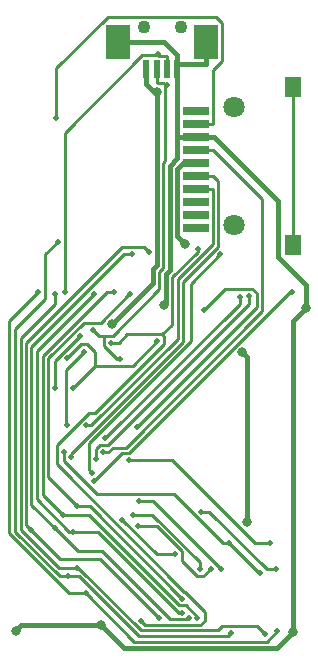
<source format=gbr>
%TF.GenerationSoftware,KiCad,Pcbnew,(6.0.2)*%
%TF.CreationDate,2022-11-02T20:30:41-05:00*%
%TF.ProjectId,REF1845B,52454631-3834-4354-922e-6b696361645f,rev?*%
%TF.SameCoordinates,Original*%
%TF.FileFunction,Copper,L2,Bot*%
%TF.FilePolarity,Positive*%
%FSLAX46Y46*%
G04 Gerber Fmt 4.6, Leading zero omitted, Abs format (unit mm)*
G04 Created by KiCad (PCBNEW (6.0.2)) date 2022-11-02 20:30:41*
%MOMM*%
%LPD*%
G01*
G04 APERTURE LIST*
%TA.AperFunction,SMDPad,CuDef*%
%ADD10R,2.250000X0.800000*%
%TD*%
%TA.AperFunction,SMDPad,CuDef*%
%ADD11R,1.400000X1.800000*%
%TD*%
%TA.AperFunction,ComponentPad*%
%ADD12C,1.800000*%
%TD*%
%TA.AperFunction,SMDPad,CuDef*%
%ADD13R,2.000000X3.000000*%
%TD*%
%TA.AperFunction,SMDPad,CuDef*%
%ADD14R,0.550000X1.630000*%
%TD*%
%TA.AperFunction,ComponentPad*%
%ADD15C,1.100000*%
%TD*%
%TA.AperFunction,ViaPad*%
%ADD16C,0.500000*%
%TD*%
%TA.AperFunction,ViaPad*%
%ADD17C,0.800000*%
%TD*%
%TA.AperFunction,Conductor*%
%ADD18C,0.250000*%
%TD*%
%TA.AperFunction,Conductor*%
%ADD19C,0.450000*%
%TD*%
G04 APERTURE END LIST*
D10*
%TO.P,J3,1,DAT2*%
%TO.N,unconnected-(J3-Pad1)*%
X153774000Y-78721000D03*
%TO.P,J3,2,DAT3/CD*%
%TO.N,/Pin.53*%
X153774000Y-79821000D03*
%TO.P,J3,3,CMD*%
%TO.N,/GND*%
X153774000Y-80921000D03*
%TO.P,J3,4,VDD*%
%TO.N,/Pin.56*%
X153774000Y-82021000D03*
%TO.P,J3,5,CLK*%
%TO.N,/VCC*%
X153774000Y-83121000D03*
%TO.P,J3,6,VSS*%
%TO.N,/Pin.54*%
X153774000Y-84221000D03*
%TO.P,J3,7,DAT0*%
%TO.N,/Pin.55*%
X153774000Y-85321000D03*
%TO.P,J3,8,DAT1*%
%TO.N,unconnected-(J3-Pad8)*%
X153774000Y-86421000D03*
%TO.P,J3,9,DET_B*%
%TO.N,unconnected-(J3-Pad9)*%
X153774000Y-87521000D03*
%TO.P,J3,10,DET_A*%
%TO.N,unconnected-(J3-Pad10)*%
X153774000Y-88621000D03*
D11*
%TO.P,J3,11,SHIELD*%
%TO.N,unconnected-(J3-Pad11)*%
X161987000Y-90048000D03*
X161993000Y-76743000D03*
D12*
%TO.P,J3,12*%
%TO.N,N/C*%
X156999000Y-88375000D03*
X156999000Y-78441000D03*
%TD*%
D13*
%TO.P,J2,1,Pin_1*%
%TO.N,/GND*%
X147221000Y-72875200D03*
X154645000Y-72877200D03*
D14*
X152182000Y-75215200D03*
%TO.P,J2,2,Pin_2*%
%TO.N,/USB.D+*%
X151348000Y-75220200D03*
%TO.P,J2,3,Pin_3*%
%TO.N,/USB.D-*%
X150478000Y-75220200D03*
%TO.P,J2,4,Pin_4*%
%TO.N,/USB.VCC*%
X149604000Y-75219200D03*
D15*
%TO.P,J2,5*%
%TO.N,N/C*%
X149446835Y-71650800D03*
X152509000Y-71653200D03*
%TD*%
D16*
%TO.N,/P1-1*%
X144315900Y-99108100D03*
X142905000Y-105295300D03*
%TO.N,/P1-3*%
X144010200Y-97781100D03*
X141905000Y-102178000D03*
%TO.N,/Cart.CS2*%
X155849000Y-90890100D03*
X145018500Y-109362100D03*
%TO.N,/Cart.CS1*%
X158330500Y-94390200D03*
X145332800Y-108186400D03*
%TO.N,/CLK*%
X145167700Y-110091700D03*
X161953200Y-94094000D03*
%TO.N,/Reset*%
X146122200Y-106438600D03*
X157504300Y-94516000D03*
%TO.N,/D0*%
X139833800Y-114186500D03*
X150674200Y-121662200D03*
X149798400Y-90639500D03*
%TO.N,/D1*%
X143772300Y-112213600D03*
X148234200Y-94266900D03*
X152604800Y-120021700D03*
%TO.N,/D2*%
X141881000Y-114067300D03*
X148388000Y-90878200D03*
X153234900Y-121662200D03*
%TO.N,/D3*%
X142545700Y-112966700D03*
X146879000Y-94071800D03*
X153935100Y-121662200D03*
%TO.N,/D4*%
X156749800Y-122976900D03*
X142979600Y-118120000D03*
X142106300Y-89795600D03*
%TO.N,/D5*%
X143405000Y-114362100D03*
X152622400Y-121212100D03*
X145135500Y-94263200D03*
%TO.N,/D6*%
X143713200Y-117433200D03*
X159613900Y-122989000D03*
X141892400Y-94257500D03*
%TO.N,/D7*%
X144473500Y-119540400D03*
X140431500Y-94073200D03*
X160709200Y-122772800D03*
%TO.N,/P1-0*%
X142922300Y-99684500D03*
X143405000Y-102205100D03*
X150526800Y-98227200D03*
%TO.N,/IRQ*%
X149133500Y-121894900D03*
X146582900Y-98347100D03*
X153943100Y-90462000D03*
%TO.N,/Pin.55*%
X144519900Y-105350400D03*
%TO.N,/Pin.54*%
X143205600Y-108036600D03*
%TO.N,/Pin.56*%
X145949700Y-107613700D03*
%TO.N,/Pin.53*%
X141993100Y-79322100D03*
D17*
%TO.N,/USB.VCC*%
X146720300Y-96749100D03*
X150480100Y-77127700D03*
D16*
%TO.N,/USB.D-*%
X145113900Y-97248700D03*
X151367000Y-76506700D03*
X147349100Y-99717800D03*
%TO.N,/USB.D+*%
X150589000Y-73947100D03*
X142682600Y-94080800D03*
%TO.N,/A0*%
X154459900Y-95616400D03*
X148793100Y-105491600D03*
D17*
%TO.N,/GND*%
X138546900Y-122737400D03*
X151079200Y-95166500D03*
X145769100Y-122279400D03*
X162039200Y-122842100D03*
X163114000Y-95425200D03*
D16*
%TO.N,/A18*%
X160614000Y-117537900D03*
X154275600Y-112662200D03*
%TO.N,/A19*%
X160066300Y-115311900D03*
X148178600Y-108276100D03*
D17*
%TO.N,/VCC*%
X157708700Y-99153800D03*
X158114000Y-113504800D03*
X152872000Y-89988700D03*
D16*
%TO.N,/A20*%
X156614000Y-115304000D03*
X159192300Y-117859300D03*
X142620900Y-107611700D03*
%TO.N,/A10*%
X155911200Y-117524400D03*
X148985900Y-111786900D03*
%TO.N,/A11*%
X155038800Y-117541600D03*
X148937500Y-113913300D03*
%TO.N,/A13*%
X154114000Y-117523800D03*
X148455500Y-112924900D03*
%TO.N,/A16*%
X152010700Y-116269600D03*
X147546700Y-113345500D03*
%TD*%
D18*
%TO.N,/P1-1*%
X142795700Y-100628300D02*
X144315900Y-99108100D01*
X142795700Y-105186000D02*
X142795700Y-100628300D01*
X142905000Y-105295300D02*
X142795700Y-105186000D01*
%TO.N,/P1-3*%
X141905000Y-99886300D02*
X141905000Y-102178000D01*
X144010200Y-97781100D02*
X141905000Y-99886300D01*
%TO.N,/Cart.CS2*%
X144757600Y-109101200D02*
X145018500Y-109362100D01*
X144757600Y-106874500D02*
X144757600Y-109101200D01*
X153379800Y-98252300D02*
X144757600Y-106874500D01*
X153379800Y-93359300D02*
X153379800Y-98252300D01*
X155849000Y-90890100D02*
X153379800Y-93359300D01*
%TO.N,/Cart.CS1*%
X158330500Y-95043700D02*
X158330500Y-94390200D01*
X146360500Y-107013700D02*
X158330500Y-95043700D01*
X145707000Y-107013700D02*
X146360500Y-107013700D01*
X145332800Y-107387900D02*
X145707000Y-107013700D01*
X145332800Y-108186400D02*
X145332800Y-107387900D01*
%TO.N,/CLK*%
X147558400Y-107701000D02*
X145167700Y-110091700D01*
X148136200Y-107701000D02*
X147558400Y-107701000D01*
X161743200Y-94094000D02*
X148136200Y-107701000D01*
X161953200Y-94094000D02*
X161743200Y-94094000D01*
%TO.N,/Reset*%
X157504300Y-95056500D02*
X157504300Y-94516000D01*
X146122200Y-106438600D02*
X157504300Y-95056500D01*
%TO.N,/D0*%
X149432500Y-90273600D02*
X149798400Y-90639500D01*
X147569300Y-90273600D02*
X149432500Y-90273600D01*
X139419600Y-98423300D02*
X147569300Y-90273600D01*
X139419600Y-113772300D02*
X139419600Y-98423300D01*
X139833800Y-114186500D02*
X139419600Y-113772300D01*
X142322100Y-116674800D02*
X139833800Y-114186500D01*
X145686800Y-116674800D02*
X142322100Y-116674800D01*
X150674200Y-121662200D02*
X145686800Y-116674800D01*
%TO.N,/D1*%
X144796700Y-112213600D02*
X152604800Y-120021700D01*
X143772300Y-112213600D02*
X144796700Y-112213600D01*
X148175600Y-94266900D02*
X148234200Y-94266900D01*
X145778500Y-96664000D02*
X148175600Y-94266900D01*
X144286800Y-96664000D02*
X145778500Y-96664000D01*
X141273900Y-99676900D02*
X144286800Y-96664000D01*
X141273900Y-109715200D02*
X141273900Y-99676900D01*
X143772300Y-112213600D02*
X141273900Y-109715200D01*
%TO.N,/D2*%
X147697000Y-90878200D02*
X148388000Y-90878200D01*
X139874700Y-98700500D02*
X147697000Y-90878200D01*
X139874700Y-112061000D02*
X139874700Y-98700500D01*
X141881000Y-114067300D02*
X139874700Y-112061000D01*
X143806800Y-115993100D02*
X141881000Y-114067300D01*
X145818500Y-115993100D02*
X143806800Y-115993100D01*
X151612700Y-121787300D02*
X145818500Y-115993100D01*
X153109800Y-121787300D02*
X151612700Y-121787300D01*
X153234900Y-121662200D02*
X153109800Y-121787300D01*
%TO.N,/D3*%
X144736500Y-112966700D02*
X142545700Y-112966700D01*
X152366600Y-120596800D02*
X144736500Y-112966700D01*
X152982900Y-120596800D02*
X152366600Y-120596800D01*
X153935100Y-121549000D02*
X152982900Y-120596800D01*
X153935100Y-121662200D02*
X153935100Y-121549000D01*
X146242500Y-94071800D02*
X146879000Y-94071800D01*
X140823100Y-99491200D02*
X146242500Y-94071800D01*
X140823100Y-111244100D02*
X140823100Y-99491200D01*
X142545700Y-112966700D02*
X140823100Y-111244100D01*
%TO.N,/D4*%
X142254100Y-118120000D02*
X142979600Y-118120000D01*
X138484500Y-114350400D02*
X142254100Y-118120000D01*
X138484500Y-97170400D02*
X138484500Y-114350400D01*
X141016200Y-94638700D02*
X138484500Y-97170400D01*
X141016200Y-90885700D02*
X141016200Y-94638700D01*
X142106300Y-89795600D02*
X141016200Y-90885700D01*
X156550600Y-123176100D02*
X156749800Y-122976900D01*
X148964600Y-123176100D02*
X156550600Y-123176100D01*
X143908500Y-118120000D02*
X148964600Y-123176100D01*
X142979600Y-118120000D02*
X143908500Y-118120000D01*
%TO.N,/D5*%
X145488000Y-114362100D02*
X143405000Y-114362100D01*
X152338000Y-121212100D02*
X145488000Y-114362100D01*
X152622400Y-121212100D02*
X152338000Y-121212100D01*
X140324900Y-99073800D02*
X145135500Y-94263200D01*
X140324900Y-111628500D02*
X140324900Y-99073800D01*
X143058500Y-114362100D02*
X140324900Y-111628500D01*
X143405000Y-114362100D02*
X143058500Y-114362100D01*
%TO.N,/D6*%
X141892400Y-95047600D02*
X141892400Y-94257500D01*
X138969400Y-97970600D02*
X141892400Y-95047600D01*
X138969400Y-114198600D02*
X138969400Y-97970600D01*
X142204000Y-117433200D02*
X138969400Y-114198600D01*
X143713200Y-117433200D02*
X142204000Y-117433200D01*
X143858600Y-117433200D02*
X143713200Y-117433200D01*
X149112900Y-122687500D02*
X143858600Y-117433200D01*
X155649100Y-122687500D02*
X149112900Y-122687500D01*
X156013900Y-122322700D02*
X155649100Y-122687500D01*
X158947600Y-122322700D02*
X156013900Y-122322700D01*
X159613900Y-122989000D02*
X158947600Y-122322700D01*
%TO.N,/D7*%
X143016500Y-119540400D02*
X144473500Y-119540400D01*
X137982500Y-114506400D02*
X143016500Y-119540400D01*
X137982500Y-96522200D02*
X137982500Y-114506400D01*
X140431500Y-94073200D02*
X137982500Y-96522200D01*
X148601800Y-123668700D02*
X144473500Y-119540400D01*
X159813300Y-123668700D02*
X148601800Y-123668700D01*
X160709200Y-122772800D02*
X159813300Y-123668700D01*
%TO.N,/P1-0*%
X148441400Y-100312600D02*
X150526800Y-98227200D01*
X145297500Y-100312600D02*
X148441400Y-100312600D01*
X145297500Y-100312600D02*
X143405000Y-102205100D01*
X144115000Y-98491800D02*
X142922300Y-99684500D01*
X144618400Y-98491800D02*
X144115000Y-98491800D01*
X145297500Y-99170900D02*
X144618400Y-98491800D01*
X145297500Y-100312600D02*
X145297500Y-99170900D01*
%TO.N,/IRQ*%
X151804400Y-96819400D02*
X150971700Y-97652100D01*
X151804400Y-92816100D02*
X151804400Y-96819400D01*
X153943100Y-90677400D02*
X151804400Y-92816100D01*
X153943100Y-90462000D02*
X153943100Y-90677400D01*
X147253200Y-98347100D02*
X146582900Y-98347100D01*
X147948200Y-97652100D02*
X147253200Y-98347100D01*
X150971700Y-97652100D02*
X147948200Y-97652100D01*
X149476000Y-122237400D02*
X149133500Y-121894900D01*
X154179900Y-122237400D02*
X149476000Y-122237400D01*
X154533100Y-121884200D02*
X154179900Y-122237400D01*
X154533100Y-121136600D02*
X154533100Y-121884200D01*
X152843100Y-119446600D02*
X154533100Y-121136600D01*
X152834200Y-119446600D02*
X152843100Y-119446600D01*
X142036200Y-108648600D02*
X152834200Y-119446600D01*
X142036200Y-107020800D02*
X142036200Y-108648600D01*
X144757000Y-104300000D02*
X142036200Y-107020800D01*
X145280100Y-104300000D02*
X144757000Y-104300000D01*
X151140100Y-98440000D02*
X145280100Y-104300000D01*
X151140100Y-97820500D02*
X151140100Y-98440000D01*
X150971700Y-97652100D02*
X151140100Y-97820500D01*
%TO.N,unconnected-(J3-Pad11)*%
X161987000Y-77974100D02*
X161987000Y-90048000D01*
X161993000Y-77968100D02*
X161987000Y-77974100D01*
X161993000Y-76743000D02*
X161993000Y-77968100D01*
%TO.N,/Pin.55*%
X153774000Y-85321000D02*
X155224100Y-85321000D01*
X144925100Y-105350400D02*
X144519900Y-105350400D01*
X152254500Y-98021000D02*
X144925100Y-105350400D01*
X152254500Y-93002600D02*
X152254500Y-98021000D01*
X155224100Y-90033000D02*
X152254500Y-93002600D01*
X155224100Y-85321000D02*
X155224100Y-90033000D01*
%TO.N,/Pin.54*%
X153774000Y-84221000D02*
X155224100Y-84221000D01*
X143205600Y-107789900D02*
X143205600Y-108036600D01*
X152704600Y-98290900D02*
X143205600Y-107789900D01*
X152704600Y-93189100D02*
X152704600Y-98290900D01*
X155674300Y-90219400D02*
X152704600Y-93189100D01*
X155674300Y-84671200D02*
X155674300Y-90219400D01*
X155224100Y-84221000D02*
X155674300Y-84671200D01*
%TO.N,/Pin.56*%
X153774000Y-82021000D02*
X155224100Y-82021000D01*
X159413600Y-86210500D02*
X155224100Y-82021000D01*
X159413600Y-95685700D02*
X159413600Y-86210500D01*
X147848400Y-107250900D02*
X159413600Y-95685700D01*
X146759900Y-107250900D02*
X147848400Y-107250900D01*
X146397100Y-107613700D02*
X146759900Y-107250900D01*
X145949700Y-107613700D02*
X146397100Y-107613700D01*
%TO.N,/Pin.53*%
X141993100Y-75128000D02*
X141993100Y-79322100D01*
X146346000Y-70775100D02*
X141993100Y-75128000D01*
X155509100Y-70775100D02*
X146346000Y-70775100D01*
X155987900Y-71253900D02*
X155509100Y-70775100D01*
X155987900Y-74494000D02*
X155987900Y-71253900D01*
X155224100Y-75257800D02*
X155987900Y-74494000D01*
X155224100Y-79821000D02*
X155224100Y-75257800D01*
X153774000Y-79821000D02*
X155224100Y-79821000D01*
D19*
%TO.N,/USB.VCC*%
X149604000Y-75219200D02*
X149604000Y-76459300D01*
X150376300Y-77231500D02*
X150480100Y-77127700D01*
X149604000Y-76459300D02*
X150376300Y-77231500D01*
X150154100Y-93315300D02*
X146720300Y-96749100D01*
X150154100Y-92107700D02*
X150154100Y-93315300D01*
X150473600Y-91788200D02*
X150154100Y-92107700D01*
X150473600Y-77328900D02*
X150473600Y-91788200D01*
X150376300Y-77231500D02*
X150473600Y-77328900D01*
D18*
%TO.N,/USB.D-*%
X150478000Y-75220200D02*
X150478000Y-76360300D01*
X151058800Y-76360300D02*
X151205200Y-76506700D01*
X150478000Y-76360300D02*
X151058800Y-76360300D01*
X151205200Y-76506700D02*
X151367000Y-76506700D01*
X147091900Y-99717800D02*
X147349100Y-99717800D01*
X145981400Y-98607300D02*
X147091900Y-99717800D01*
X145981400Y-97762400D02*
X145981400Y-98607300D01*
X146747500Y-97762400D02*
X145981400Y-97762400D01*
X150704200Y-93805700D02*
X146747500Y-97762400D01*
X150704200Y-92335600D02*
X150704200Y-93805700D01*
X151023700Y-92016100D02*
X150704200Y-92335600D01*
X151023700Y-83147700D02*
X151023700Y-92016100D01*
X151205200Y-82966200D02*
X151023700Y-83147700D01*
X151205200Y-76506700D02*
X151205200Y-82966200D01*
X145627600Y-97762400D02*
X145113900Y-97248700D01*
X145981400Y-97762400D02*
X145627600Y-97762400D01*
%TO.N,/USB.D+*%
X151348000Y-75220200D02*
X151348000Y-74080100D01*
X150589000Y-74013600D02*
X150589000Y-73947100D01*
X150655500Y-74080100D02*
X150589000Y-74013600D01*
X151348000Y-74080100D02*
X150655500Y-74080100D01*
X142682600Y-80565500D02*
X142682600Y-94080800D01*
X149234500Y-74013600D02*
X142682600Y-80565500D01*
X150589000Y-74013600D02*
X149234500Y-74013600D01*
%TO.N,/A0*%
X156303800Y-93772500D02*
X154459900Y-95616400D01*
X158563200Y-93772500D02*
X156303800Y-93772500D01*
X158959700Y-94169000D02*
X158563200Y-93772500D01*
X158959700Y-95325000D02*
X158959700Y-94169000D01*
X148793100Y-105491600D02*
X158959700Y-95325000D01*
D19*
%TO.N,/GND*%
X152182000Y-75215200D02*
X152182000Y-76455300D01*
X152223900Y-76497200D02*
X152182000Y-76455300D01*
X152223900Y-80921000D02*
X152223900Y-76497200D01*
X139004900Y-122279400D02*
X145769100Y-122279400D01*
X138546900Y-122737400D02*
X139004900Y-122279400D01*
X151082100Y-72875200D02*
X152182000Y-73975100D01*
X147221000Y-72875200D02*
X151082100Y-72875200D01*
X152182000Y-75215200D02*
X152182000Y-74595100D01*
X152182000Y-74595100D02*
X152182000Y-73975100D01*
X152389200Y-74802300D02*
X154645000Y-74802300D01*
X152182000Y-74595100D02*
X152389200Y-74802300D01*
X154645000Y-72877200D02*
X154645000Y-74802300D01*
X151254300Y-94991400D02*
X151079200Y-95166500D01*
X151254300Y-92563500D02*
X151254300Y-94991400D01*
X151573800Y-92244000D02*
X151254300Y-92563500D01*
X151573800Y-83375600D02*
X151573800Y-92244000D01*
X152223900Y-82725500D02*
X151573800Y-83375600D01*
X152223900Y-80921000D02*
X152223900Y-82725500D01*
X160637100Y-124244200D02*
X162039200Y-122842100D01*
X147733900Y-124244200D02*
X160637100Y-124244200D01*
X145769100Y-122279400D02*
X147733900Y-124244200D01*
X162039200Y-96500000D02*
X163114000Y-95425200D01*
X162039200Y-122842100D02*
X162039200Y-96500000D01*
X152999000Y-80921000D02*
X152223900Y-80921000D01*
X152999000Y-80921000D02*
X153774000Y-80921000D01*
X163114000Y-93448100D02*
X163114000Y-95425200D01*
X160739100Y-91073200D02*
X163114000Y-93448100D01*
X160739100Y-86336000D02*
X160739100Y-91073200D01*
X155324100Y-80921000D02*
X160739100Y-86336000D01*
X153774000Y-80921000D02*
X155324100Y-80921000D01*
D18*
%TO.N,/A18*%
X154906300Y-112662200D02*
X154275600Y-112662200D01*
X159782000Y-117537900D02*
X154906300Y-112662200D01*
X160614000Y-117537900D02*
X159782000Y-117537900D01*
%TO.N,/A19*%
X158836500Y-115311900D02*
X160066300Y-115311900D01*
X151800700Y-108276100D02*
X158836500Y-115311900D01*
X148178600Y-108276100D02*
X151800700Y-108276100D01*
D19*
%TO.N,/VCC*%
X152223900Y-89340600D02*
X152872000Y-89988700D01*
X152223900Y-83644900D02*
X152223900Y-89340600D01*
X152747800Y-83121000D02*
X152223900Y-83644900D01*
X153774000Y-83121000D02*
X152747800Y-83121000D01*
X158114000Y-99559100D02*
X158114000Y-113504800D01*
X157708700Y-99153800D02*
X158114000Y-99559100D01*
D18*
%TO.N,/A20*%
X159169300Y-117859300D02*
X156614000Y-115304000D01*
X159192300Y-117859300D02*
X159169300Y-117859300D01*
X156090200Y-115304000D02*
X156614000Y-115304000D01*
X151967700Y-111181500D02*
X156090200Y-115304000D01*
X145444200Y-111181500D02*
X151967700Y-111181500D01*
X142620900Y-108358200D02*
X145444200Y-111181500D01*
X142620900Y-107611700D02*
X142620900Y-108358200D01*
%TO.N,/A10*%
X150173700Y-111786900D02*
X155911200Y-117524400D01*
X148985900Y-111786900D02*
X150173700Y-111786900D01*
%TO.N,/A11*%
X150467800Y-113913300D02*
X148937500Y-113913300D01*
X152585800Y-116031300D02*
X150467800Y-113913300D01*
X152585800Y-116860300D02*
X152585800Y-116031300D01*
X153877900Y-118152400D02*
X152585800Y-116860300D01*
X154428000Y-118152400D02*
X153877900Y-118152400D01*
X155038800Y-117541600D02*
X154428000Y-118152400D01*
%TO.N,/A13*%
X154114000Y-116922900D02*
X154114000Y-117523800D01*
X150116000Y-112924900D02*
X154114000Y-116922900D01*
X148455500Y-112924900D02*
X150116000Y-112924900D01*
%TO.N,/A16*%
X150470800Y-116269600D02*
X147546700Y-113345500D01*
X152010700Y-116269600D02*
X150470800Y-116269600D01*
%TD*%
M02*

</source>
